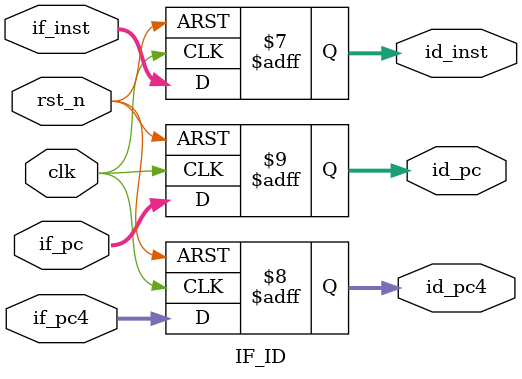
<source format=v>
module IF_ID(
     input clk,
     inout rst_n,
     input [31:0] if_pc,
     input [31:0] if_pc4,
     input [31:0] if_inst,
     output reg [31:0] id_pc,
     output reg [31:0] id_pc4,
     output reg [31:0] id_inst
     );
     
     always@(posedge clk or negedge rst_n)
     begin
          if(!rst_n) id_pc<=32'b0;
          else id_pc<=if_pc; 
     end
     
     always@(posedge clk or negedge rst_n)
     begin
          if(!rst_n) id_pc4<=32'b0;
          else id_pc4<=if_pc4; 
     end
     
     always@(posedge clk or negedge rst_n)
     begin
          if(!rst_n) id_inst<=32'b0;
          else id_inst<=if_inst; 
     end
endmodule

</source>
